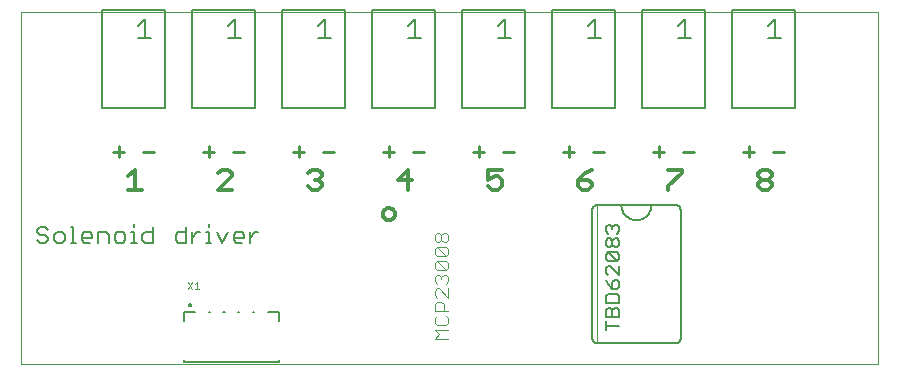
<source format=gto>
G75*
%MOIN*%
%OFA0B0*%
%FSLAX24Y24*%
%IPPOS*%
%LPD*%
%AMOC8*
5,1,8,0,0,1.08239X$1,22.5*
%
%ADD10C,0.0000*%
%ADD11C,0.0100*%
%ADD12C,0.0130*%
%ADD13C,0.0070*%
%ADD14C,0.0120*%
%ADD15C,0.0060*%
%ADD16C,0.0020*%
%ADD17R,0.0050X0.0200*%
%ADD18C,0.0050*%
%ADD19C,0.0080*%
%ADD20C,0.0040*%
%ADD21C,0.0079*%
D10*
X000180Y000180D02*
X000180Y011916D01*
X028741Y011916D01*
X028741Y000180D01*
X000180Y000180D01*
D11*
X003420Y007075D02*
X003420Y007455D01*
X003230Y007265D02*
X003610Y007265D01*
X004230Y007265D02*
X004610Y007265D01*
X006230Y007265D02*
X006610Y007265D01*
X006420Y007455D02*
X006420Y007075D01*
X007230Y007265D02*
X007610Y007265D01*
X009230Y007265D02*
X009610Y007265D01*
X009420Y007455D02*
X009420Y007075D01*
X010230Y007265D02*
X010610Y007265D01*
X012230Y007265D02*
X012610Y007265D01*
X012420Y007455D02*
X012420Y007075D01*
X013230Y007265D02*
X013610Y007265D01*
X015230Y007265D02*
X015610Y007265D01*
X015420Y007455D02*
X015420Y007075D01*
X016230Y007265D02*
X016610Y007265D01*
X018230Y007265D02*
X018610Y007265D01*
X018420Y007455D02*
X018420Y007075D01*
X019230Y007265D02*
X019610Y007265D01*
X021230Y007265D02*
X021610Y007265D01*
X021420Y007455D02*
X021420Y007075D01*
X022230Y007265D02*
X022610Y007265D01*
X024230Y007265D02*
X024610Y007265D01*
X024420Y007455D02*
X024420Y007075D01*
X025230Y007265D02*
X025610Y007265D01*
D12*
X025074Y006653D02*
X025184Y006543D01*
X025184Y006434D01*
X025074Y006324D01*
X024855Y006324D01*
X024745Y006434D01*
X024745Y006543D01*
X024855Y006653D01*
X025074Y006653D01*
X025074Y006324D02*
X025184Y006214D01*
X025184Y006105D01*
X025074Y005995D01*
X024855Y005995D01*
X024745Y006105D01*
X024745Y006214D01*
X024855Y006324D01*
X022184Y006543D02*
X021745Y006105D01*
X021745Y005995D01*
X022184Y006543D02*
X022184Y006653D01*
X021745Y006653D01*
X019184Y006653D02*
X018964Y006543D01*
X018745Y006324D01*
X019074Y006324D01*
X019184Y006214D01*
X019184Y006105D01*
X019074Y005995D01*
X018855Y005995D01*
X018745Y006105D01*
X018745Y006324D01*
X016184Y006324D02*
X016184Y006105D01*
X016074Y005995D01*
X015855Y005995D01*
X015745Y006105D01*
X015745Y006324D02*
X015964Y006434D01*
X016074Y006434D01*
X016184Y006324D01*
X016184Y006653D02*
X015745Y006653D01*
X015745Y006324D01*
X013184Y006324D02*
X012745Y006324D01*
X013074Y006653D01*
X013074Y005995D01*
X010184Y006105D02*
X010074Y005995D01*
X009855Y005995D01*
X009745Y006105D01*
X009964Y006324D02*
X010074Y006324D01*
X010184Y006214D01*
X010184Y006105D01*
X010074Y006324D02*
X010184Y006434D01*
X010184Y006543D01*
X010074Y006653D01*
X009855Y006653D01*
X009745Y006543D01*
X007184Y006543D02*
X007074Y006653D01*
X006855Y006653D01*
X006745Y006543D01*
X007184Y006543D02*
X007184Y006434D01*
X006745Y005995D01*
X007184Y005995D01*
X004184Y005995D02*
X003745Y005995D01*
X003964Y005995D02*
X003964Y006653D01*
X003745Y006434D01*
D13*
X003934Y004834D02*
X003934Y004745D01*
X003934Y004569D02*
X003934Y004215D01*
X003846Y004215D02*
X004022Y004215D01*
X004214Y004303D02*
X004214Y004480D01*
X004302Y004569D01*
X004568Y004569D01*
X004568Y004745D02*
X004568Y004215D01*
X004302Y004215D01*
X004214Y004303D01*
X003934Y004569D02*
X003846Y004569D01*
X003647Y004480D02*
X003558Y004569D01*
X003382Y004569D01*
X003293Y004480D01*
X003293Y004303D01*
X003382Y004215D01*
X003558Y004215D01*
X003647Y004303D01*
X003647Y004480D01*
X003094Y004480D02*
X003094Y004215D01*
X002741Y004215D02*
X002741Y004569D01*
X003006Y004569D01*
X003094Y004480D01*
X002542Y004480D02*
X002542Y004392D01*
X002188Y004392D01*
X002188Y004480D02*
X002277Y004569D01*
X002453Y004569D01*
X002542Y004480D01*
X002188Y004480D02*
X002188Y004303D01*
X002277Y004215D01*
X002453Y004215D01*
X001997Y004215D02*
X001820Y004215D01*
X001908Y004215D02*
X001908Y004745D01*
X001820Y004745D01*
X001621Y004480D02*
X001533Y004569D01*
X001356Y004569D01*
X001267Y004480D01*
X001267Y004303D01*
X001356Y004215D01*
X001533Y004215D01*
X001621Y004303D01*
X001621Y004480D01*
X001069Y004392D02*
X001069Y004303D01*
X000980Y004215D01*
X000803Y004215D01*
X000715Y004303D01*
X000803Y004480D02*
X000980Y004480D01*
X001069Y004392D01*
X000803Y004480D02*
X000715Y004569D01*
X000715Y004657D01*
X000803Y004745D01*
X000980Y004745D01*
X001069Y004657D01*
X005319Y004480D02*
X005319Y004303D01*
X005407Y004215D01*
X005673Y004215D01*
X005673Y004745D01*
X005673Y004569D02*
X005407Y004569D01*
X005319Y004480D01*
X005871Y004392D02*
X006048Y004569D01*
X006137Y004569D01*
X006332Y004569D02*
X006420Y004569D01*
X006420Y004215D01*
X006332Y004215D02*
X006509Y004215D01*
X006877Y004215D02*
X007054Y004569D01*
X007253Y004480D02*
X007341Y004569D01*
X007518Y004569D01*
X007606Y004480D01*
X007606Y004392D01*
X007253Y004392D01*
X007253Y004480D02*
X007253Y004303D01*
X007341Y004215D01*
X007518Y004215D01*
X007805Y004215D02*
X007805Y004569D01*
X007982Y004569D02*
X008070Y004569D01*
X007982Y004569D02*
X007805Y004392D01*
X006877Y004215D02*
X006700Y004569D01*
X006420Y004745D02*
X006420Y004834D01*
X005871Y004569D02*
X005871Y004215D01*
D14*
X012230Y005180D02*
X012232Y005208D01*
X012238Y005235D01*
X012247Y005261D01*
X012260Y005286D01*
X012277Y005309D01*
X012296Y005329D01*
X012318Y005346D01*
X012342Y005360D01*
X012368Y005370D01*
X012395Y005377D01*
X012423Y005380D01*
X012451Y005379D01*
X012478Y005374D01*
X012505Y005365D01*
X012530Y005353D01*
X012553Y005338D01*
X012574Y005319D01*
X012592Y005298D01*
X012607Y005274D01*
X012618Y005248D01*
X012626Y005222D01*
X012630Y005194D01*
X012630Y005166D01*
X012626Y005138D01*
X012618Y005112D01*
X012607Y005086D01*
X012592Y005062D01*
X012574Y005041D01*
X012553Y005022D01*
X012530Y005007D01*
X012505Y004995D01*
X012478Y004986D01*
X012451Y004981D01*
X012423Y004980D01*
X012395Y004983D01*
X012368Y004990D01*
X012342Y005000D01*
X012318Y005014D01*
X012296Y005031D01*
X012277Y005051D01*
X012260Y005074D01*
X012247Y005099D01*
X012238Y005125D01*
X012232Y005152D01*
X012230Y005180D01*
D15*
X019210Y005330D02*
X019210Y001030D01*
X019212Y001007D01*
X019217Y000984D01*
X019226Y000962D01*
X019239Y000942D01*
X019254Y000924D01*
X019272Y000909D01*
X019292Y000896D01*
X019314Y000887D01*
X019337Y000882D01*
X019360Y000880D01*
X022000Y000880D01*
X022023Y000882D01*
X022046Y000887D01*
X022068Y000896D01*
X022088Y000909D01*
X022106Y000924D01*
X022121Y000942D01*
X022134Y000962D01*
X022143Y000984D01*
X022148Y001007D01*
X022150Y001030D01*
X022150Y005330D01*
X022148Y005353D01*
X022143Y005376D01*
X022134Y005398D01*
X022121Y005418D01*
X022106Y005436D01*
X022088Y005451D01*
X022068Y005464D01*
X022046Y005473D01*
X022023Y005478D01*
X022000Y005480D01*
X021180Y005480D01*
X020180Y005480D01*
X019360Y005480D01*
X019337Y005478D01*
X019314Y005473D01*
X019292Y005464D01*
X019272Y005451D01*
X019254Y005436D01*
X019239Y005418D01*
X019226Y005398D01*
X019217Y005376D01*
X019212Y005353D01*
X019210Y005330D01*
X020180Y005480D02*
X020182Y005436D01*
X020188Y005393D01*
X020197Y005351D01*
X020210Y005309D01*
X020227Y005269D01*
X020247Y005230D01*
X020270Y005193D01*
X020297Y005159D01*
X020326Y005126D01*
X020359Y005097D01*
X020393Y005070D01*
X020430Y005047D01*
X020469Y005027D01*
X020509Y005010D01*
X020551Y004997D01*
X020593Y004988D01*
X020636Y004982D01*
X020680Y004980D01*
X020724Y004982D01*
X020767Y004988D01*
X020809Y004997D01*
X020851Y005010D01*
X020891Y005027D01*
X020930Y005047D01*
X020967Y005070D01*
X021001Y005097D01*
X021034Y005126D01*
X021063Y005159D01*
X021090Y005193D01*
X021113Y005230D01*
X021133Y005269D01*
X021150Y005309D01*
X021163Y005351D01*
X021172Y005393D01*
X021178Y005436D01*
X021180Y005480D01*
X008755Y001916D02*
X008755Y001631D01*
X008755Y001916D02*
X008391Y001916D01*
X007938Y001916D02*
X007899Y001916D01*
X007446Y001916D02*
X007406Y001916D01*
X006954Y001916D02*
X006914Y001916D01*
X006461Y001916D02*
X006422Y001916D01*
X005969Y001916D02*
X005605Y001916D01*
X005605Y001631D01*
X005605Y000312D02*
X005605Y000263D01*
X008755Y000263D01*
X008755Y000312D01*
D16*
X019350Y000880D02*
X019350Y005480D01*
D17*
X019185Y005180D03*
X019185Y004680D03*
X019185Y004180D03*
X019185Y003680D03*
X019185Y003180D03*
X019185Y002680D03*
X019185Y002180D03*
X019185Y001680D03*
X019185Y001180D03*
X022175Y001180D03*
X022175Y001680D03*
X022175Y002180D03*
X022175Y002680D03*
X022175Y003180D03*
X022175Y003680D03*
X022175Y004180D03*
X022175Y004680D03*
X022175Y005180D03*
D18*
X020105Y004753D02*
X020105Y004603D01*
X020030Y004528D01*
X020030Y004368D02*
X020105Y004293D01*
X020105Y004142D01*
X020030Y004067D01*
X019955Y004067D01*
X019880Y004142D01*
X019880Y004293D01*
X019955Y004368D01*
X020030Y004368D01*
X019880Y004293D02*
X019805Y004368D01*
X019730Y004368D01*
X019655Y004293D01*
X019655Y004142D01*
X019730Y004067D01*
X019805Y004067D01*
X019880Y004142D01*
X019730Y003907D02*
X020030Y003907D01*
X020105Y003832D01*
X020105Y003682D01*
X020030Y003607D01*
X019730Y003907D01*
X019655Y003832D01*
X019655Y003682D01*
X019730Y003607D01*
X020030Y003607D01*
X020105Y003447D02*
X020105Y003147D01*
X019805Y003447D01*
X019730Y003447D01*
X019655Y003372D01*
X019655Y003222D01*
X019730Y003147D01*
X019655Y002986D02*
X019730Y002836D01*
X019880Y002686D01*
X019880Y002911D01*
X019955Y002986D01*
X020030Y002986D01*
X020105Y002911D01*
X020105Y002761D01*
X020030Y002686D01*
X019880Y002686D01*
X020030Y002526D02*
X019730Y002526D01*
X019655Y002451D01*
X019655Y002226D01*
X020105Y002226D01*
X020105Y002451D01*
X020030Y002526D01*
X020030Y002066D02*
X020105Y001991D01*
X020105Y001765D01*
X019655Y001765D01*
X019655Y001991D01*
X019730Y002066D01*
X019805Y002066D01*
X019880Y001991D01*
X019880Y001765D01*
X019655Y001605D02*
X019655Y001305D01*
X019655Y001455D02*
X020105Y001455D01*
X019880Y001991D02*
X019955Y002066D01*
X020030Y002066D01*
X019730Y004528D02*
X019655Y004603D01*
X019655Y004753D01*
X019730Y004828D01*
X019805Y004828D01*
X019880Y004753D01*
X019955Y004828D01*
X020030Y004828D01*
X020105Y004753D01*
X019880Y004753D02*
X019880Y004678D01*
X019489Y011057D02*
X019082Y011057D01*
X019285Y011057D02*
X019285Y011667D01*
X019082Y011464D01*
X016489Y011057D02*
X016082Y011057D01*
X016285Y011057D02*
X016285Y011667D01*
X016082Y011464D01*
X013489Y011057D02*
X013082Y011057D01*
X013285Y011057D02*
X013285Y011667D01*
X013082Y011464D01*
X010489Y011057D02*
X010082Y011057D01*
X010285Y011057D02*
X010285Y011667D01*
X010082Y011464D01*
X007489Y011057D02*
X007082Y011057D01*
X007285Y011057D02*
X007285Y011667D01*
X007082Y011464D01*
X004489Y011057D02*
X004082Y011057D01*
X004285Y011057D02*
X004285Y011667D01*
X004082Y011464D01*
X022082Y011464D02*
X022285Y011667D01*
X022285Y011057D01*
X022082Y011057D02*
X022489Y011057D01*
X025082Y011057D02*
X025489Y011057D01*
X025285Y011057D02*
X025285Y011667D01*
X025082Y011464D01*
D19*
X025981Y011986D02*
X023879Y011986D01*
X023879Y008722D01*
X025981Y008722D01*
X025981Y011986D01*
X022981Y011986D02*
X022981Y008722D01*
X020879Y008722D01*
X020879Y011986D01*
X022981Y011986D01*
X019981Y011986D02*
X019981Y008722D01*
X017879Y008722D01*
X017879Y011986D01*
X019981Y011986D01*
X016981Y011986D02*
X016981Y008722D01*
X014879Y008722D01*
X014879Y011986D01*
X016981Y011986D01*
X013981Y011986D02*
X013981Y008722D01*
X011879Y008722D01*
X011879Y011986D01*
X013981Y011986D01*
X010981Y011986D02*
X010981Y008722D01*
X008879Y008722D01*
X008879Y011986D01*
X010981Y011986D01*
X007981Y011986D02*
X007981Y008722D01*
X005879Y008722D01*
X005879Y011986D01*
X007981Y011986D01*
X004981Y011986D02*
X004981Y008722D01*
X002879Y008722D01*
X002879Y011986D01*
X004981Y011986D01*
D20*
X013950Y004470D02*
X014026Y004547D01*
X014103Y004547D01*
X014180Y004470D01*
X014180Y004316D01*
X014103Y004240D01*
X014026Y004240D01*
X013950Y004316D01*
X013950Y004470D01*
X014180Y004470D02*
X014257Y004547D01*
X014333Y004547D01*
X014410Y004470D01*
X014410Y004316D01*
X014333Y004240D01*
X014257Y004240D01*
X014180Y004316D01*
X014026Y004086D02*
X014333Y004086D01*
X014410Y004009D01*
X014410Y003856D01*
X014333Y003779D01*
X014026Y004086D01*
X013950Y004009D01*
X013950Y003856D01*
X014026Y003779D01*
X014333Y003779D01*
X014333Y003626D02*
X014026Y003626D01*
X014333Y003319D01*
X014410Y003396D01*
X014410Y003549D01*
X014333Y003626D01*
X014026Y003626D02*
X013950Y003549D01*
X013950Y003396D01*
X014026Y003319D01*
X014333Y003319D01*
X014333Y003165D02*
X014410Y003089D01*
X014410Y002935D01*
X014333Y002858D01*
X014410Y002705D02*
X014410Y002398D01*
X014103Y002705D01*
X014026Y002705D01*
X013950Y002628D01*
X013950Y002475D01*
X014026Y002398D01*
X014026Y002245D02*
X014180Y002245D01*
X014257Y002168D01*
X014257Y001938D01*
X014410Y001938D02*
X013950Y001938D01*
X013950Y002168D01*
X014026Y002245D01*
X014026Y001784D02*
X013950Y001707D01*
X013950Y001554D01*
X014026Y001477D01*
X014333Y001477D01*
X014410Y001554D01*
X014410Y001707D01*
X014333Y001784D01*
X014410Y001324D02*
X013950Y001324D01*
X014103Y001170D01*
X013950Y001017D01*
X014410Y001017D01*
X014026Y002858D02*
X013950Y002935D01*
X013950Y003089D01*
X014026Y003165D01*
X014103Y003165D01*
X014180Y003089D01*
X014257Y003165D01*
X014333Y003165D01*
X014180Y003089D02*
X014180Y003012D01*
X006090Y002700D02*
X005950Y002700D01*
X006020Y002700D02*
X006020Y002910D01*
X005950Y002840D01*
X005860Y002910D02*
X005720Y002700D01*
X005860Y002700D02*
X005720Y002910D01*
D21*
X005763Y002152D02*
X005765Y002164D01*
X005770Y002175D01*
X005779Y002184D01*
X005790Y002189D01*
X005802Y002191D01*
X005814Y002189D01*
X005825Y002184D01*
X005834Y002175D01*
X005839Y002164D01*
X005841Y002152D01*
X005839Y002140D01*
X005834Y002129D01*
X005825Y002120D01*
X005814Y002115D01*
X005802Y002113D01*
X005790Y002115D01*
X005779Y002120D01*
X005770Y002129D01*
X005765Y002140D01*
X005763Y002152D01*
M02*

</source>
